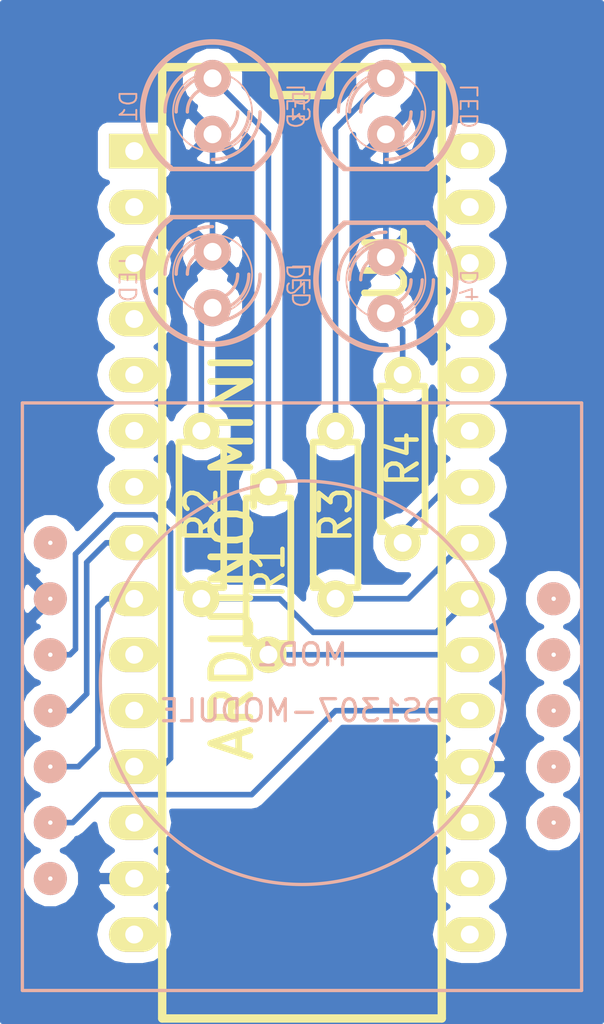
<source format=kicad_pcb>
(kicad_pcb (version 3) (host pcbnew "(2013-june-11)-stable")

  (general
    (links 18)
    (no_connects 0)
    (area 88.9 42.672 116.332001 89.217501)
    (thickness 1.6)
    (drawings 0)
    (tracks 46)
    (zones 0)
    (modules 10)
    (nets 14)
  )

  (page A3)
  (layers
    (15 F.Cu signal)
    (0 B.Cu signal)
    (16 B.Adhes user)
    (17 F.Adhes user)
    (18 B.Paste user)
    (19 F.Paste user)
    (20 B.SilkS user)
    (21 F.SilkS user)
    (22 B.Mask user)
    (23 F.Mask user)
    (24 Dwgs.User user)
    (25 Cmts.User user)
    (26 Eco1.User user)
    (27 Eco2.User user)
    (28 Edge.Cuts user)
  )

  (setup
    (last_trace_width 0.254)
    (trace_clearance 0.127)
    (zone_clearance 0.508)
    (zone_45_only no)
    (trace_min 0.254)
    (segment_width 0.2)
    (edge_width 0.15)
    (via_size 0.889)
    (via_drill 0.635)
    (via_min_size 0.889)
    (via_min_drill 0.508)
    (uvia_size 0.508)
    (uvia_drill 0.127)
    (uvias_allowed no)
    (uvia_min_size 0.508)
    (uvia_min_drill 0.127)
    (pcb_text_width 0.3)
    (pcb_text_size 1 1)
    (mod_edge_width 0.15)
    (mod_text_size 1 1)
    (mod_text_width 0.15)
    (pad_size 1 1)
    (pad_drill 0.6)
    (pad_to_mask_clearance 0)
    (aux_axis_origin 0 0)
    (visible_elements FFFFFFBF)
    (pcbplotparams
      (layerselection 3178497)
      (usegerberextensions true)
      (excludeedgelayer true)
      (linewidth 0.150000)
      (plotframeref false)
      (viasonmask false)
      (mode 1)
      (useauxorigin false)
      (hpglpennumber 1)
      (hpglpenspeed 20)
      (hpglpendiameter 15)
      (hpglpenoverlay 2)
      (psnegative false)
      (psa4output false)
      (plotreference true)
      (plotvalue true)
      (plotothertext true)
      (plotinvisibletext false)
      (padsonsilk false)
      (subtractmaskfromsilk false)
      (outputformat 1)
      (mirror false)
      (drillshape 1)
      (scaleselection 1)
      (outputdirectory ""))
  )

  (net 0 "")
  (net 1 GND)
  (net 2 N-000001)
  (net 3 N-0000010)
  (net 4 N-0000011)
  (net 5 N-000002)
  (net 6 N-000003)
  (net 7 N-0000032)
  (net 8 N-0000033)
  (net 9 N-000004)
  (net 10 N-000006)
  (net 11 N-000007)
  (net 12 N-000008)
  (net 13 N-000009)

  (net_class Default "Toto je výchozí třída sítě."
    (clearance 0.127)
    (trace_width 0.254)
    (via_dia 0.889)
    (via_drill 0.635)
    (uvia_dia 0.508)
    (uvia_drill 0.127)
    (add_net "")
    (add_net GND)
    (add_net N-000001)
    (add_net N-0000010)
    (add_net N-0000011)
    (add_net N-000002)
    (add_net N-000003)
    (add_net N-0000032)
    (add_net N-0000033)
    (add_net N-000004)
    (add_net N-000006)
    (add_net N-000007)
    (add_net N-000008)
    (add_net N-000009)
  )

  (module R3-LARGE_PADS (layer F.Cu) (tedit 47E26765) (tstamp 5493C88E)
    (at 101.092 68.58 90)
    (descr "Resitance 3 pas")
    (tags R)
    (path /5493C763)
    (autoplace_cost180 10)
    (fp_text reference R1 (at 0 0 90) (layer F.SilkS)
      (effects (font (size 1.397 1.27) (thickness 0.2032)))
    )
    (fp_text value R (at 0 0 90) (layer F.SilkS) hide
      (effects (font (size 1.397 1.27) (thickness 0.2032)))
    )
    (fp_line (start -3.81 0) (end -3.302 0) (layer F.SilkS) (width 0.3048))
    (fp_line (start 3.81 0) (end 3.302 0) (layer F.SilkS) (width 0.3048))
    (fp_line (start 3.302 0) (end 3.302 -1.016) (layer F.SilkS) (width 0.3048))
    (fp_line (start 3.302 -1.016) (end -3.302 -1.016) (layer F.SilkS) (width 0.3048))
    (fp_line (start -3.302 -1.016) (end -3.302 1.016) (layer F.SilkS) (width 0.3048))
    (fp_line (start -3.302 1.016) (end 3.302 1.016) (layer F.SilkS) (width 0.3048))
    (fp_line (start 3.302 1.016) (end 3.302 0) (layer F.SilkS) (width 0.3048))
    (fp_line (start -3.302 -0.508) (end -2.794 -1.016) (layer F.SilkS) (width 0.3048))
    (pad 1 thru_hole circle (at -3.81 0 90) (size 1.651 1.651) (drill 0.8128)
      (layers *.Cu *.Mask F.SilkS)
      (net 4 N-0000011)
    )
    (pad 2 thru_hole circle (at 3.81 0 90) (size 1.651 1.651) (drill 0.8128)
      (layers *.Cu *.Mask F.SilkS)
      (net 6 N-000003)
    )
    (model discret/resistor.wrl
      (at (xyz 0 0 0))
      (scale (xyz 0.3 0.3 0.3))
      (rotate (xyz 0 0 0))
    )
  )

  (module R3-LARGE_PADS (layer F.Cu) (tedit 47E26765) (tstamp 5493C89C)
    (at 98.044 66.04 90)
    (descr "Resitance 3 pas")
    (tags R)
    (path /5493C770)
    (autoplace_cost180 10)
    (fp_text reference R2 (at 0 0 90) (layer F.SilkS)
      (effects (font (size 1.397 1.27) (thickness 0.2032)))
    )
    (fp_text value R (at 0 0 90) (layer F.SilkS) hide
      (effects (font (size 1.397 1.27) (thickness 0.2032)))
    )
    (fp_line (start -3.81 0) (end -3.302 0) (layer F.SilkS) (width 0.3048))
    (fp_line (start 3.81 0) (end 3.302 0) (layer F.SilkS) (width 0.3048))
    (fp_line (start 3.302 0) (end 3.302 -1.016) (layer F.SilkS) (width 0.3048))
    (fp_line (start 3.302 -1.016) (end -3.302 -1.016) (layer F.SilkS) (width 0.3048))
    (fp_line (start -3.302 -1.016) (end -3.302 1.016) (layer F.SilkS) (width 0.3048))
    (fp_line (start -3.302 1.016) (end 3.302 1.016) (layer F.SilkS) (width 0.3048))
    (fp_line (start 3.302 1.016) (end 3.302 0) (layer F.SilkS) (width 0.3048))
    (fp_line (start -3.302 -0.508) (end -2.794 -1.016) (layer F.SilkS) (width 0.3048))
    (pad 1 thru_hole circle (at -3.81 0 90) (size 1.651 1.651) (drill 0.8128)
      (layers *.Cu *.Mask F.SilkS)
      (net 3 N-0000010)
    )
    (pad 2 thru_hole circle (at 3.81 0 90) (size 1.651 1.651) (drill 0.8128)
      (layers *.Cu *.Mask F.SilkS)
      (net 5 N-000002)
    )
    (model discret/resistor.wrl
      (at (xyz 0 0 0))
      (scale (xyz 0.3 0.3 0.3))
      (rotate (xyz 0 0 0))
    )
  )

  (module R3-LARGE_PADS (layer F.Cu) (tedit 47E26765) (tstamp 5493C8AA)
    (at 104.14 66.04 90)
    (descr "Resitance 3 pas")
    (tags R)
    (path /5493C776)
    (autoplace_cost180 10)
    (fp_text reference R3 (at 0 0 90) (layer F.SilkS)
      (effects (font (size 1.397 1.27) (thickness 0.2032)))
    )
    (fp_text value R (at 0 0 90) (layer F.SilkS) hide
      (effects (font (size 1.397 1.27) (thickness 0.2032)))
    )
    (fp_line (start -3.81 0) (end -3.302 0) (layer F.SilkS) (width 0.3048))
    (fp_line (start 3.81 0) (end 3.302 0) (layer F.SilkS) (width 0.3048))
    (fp_line (start 3.302 0) (end 3.302 -1.016) (layer F.SilkS) (width 0.3048))
    (fp_line (start 3.302 -1.016) (end -3.302 -1.016) (layer F.SilkS) (width 0.3048))
    (fp_line (start -3.302 -1.016) (end -3.302 1.016) (layer F.SilkS) (width 0.3048))
    (fp_line (start -3.302 1.016) (end 3.302 1.016) (layer F.SilkS) (width 0.3048))
    (fp_line (start 3.302 1.016) (end 3.302 0) (layer F.SilkS) (width 0.3048))
    (fp_line (start -3.302 -0.508) (end -2.794 -1.016) (layer F.SilkS) (width 0.3048))
    (pad 1 thru_hole circle (at -3.81 0 90) (size 1.651 1.651) (drill 0.8128)
      (layers *.Cu *.Mask F.SilkS)
      (net 13 N-000009)
    )
    (pad 2 thru_hole circle (at 3.81 0 90) (size 1.651 1.651) (drill 0.8128)
      (layers *.Cu *.Mask F.SilkS)
      (net 2 N-000001)
    )
    (model discret/resistor.wrl
      (at (xyz 0 0 0))
      (scale (xyz 0.3 0.3 0.3))
      (rotate (xyz 0 0 0))
    )
  )

  (module R3-LARGE_PADS (layer F.Cu) (tedit 47E26765) (tstamp 5493C8B8)
    (at 107.188 63.5 90)
    (descr "Resitance 3 pas")
    (tags R)
    (path /5493C77C)
    (autoplace_cost180 10)
    (fp_text reference R4 (at 0 0 90) (layer F.SilkS)
      (effects (font (size 1.397 1.27) (thickness 0.2032)))
    )
    (fp_text value R (at 0 0 90) (layer F.SilkS) hide
      (effects (font (size 1.397 1.27) (thickness 0.2032)))
    )
    (fp_line (start -3.81 0) (end -3.302 0) (layer F.SilkS) (width 0.3048))
    (fp_line (start 3.81 0) (end 3.302 0) (layer F.SilkS) (width 0.3048))
    (fp_line (start 3.302 0) (end 3.302 -1.016) (layer F.SilkS) (width 0.3048))
    (fp_line (start 3.302 -1.016) (end -3.302 -1.016) (layer F.SilkS) (width 0.3048))
    (fp_line (start -3.302 -1.016) (end -3.302 1.016) (layer F.SilkS) (width 0.3048))
    (fp_line (start -3.302 1.016) (end 3.302 1.016) (layer F.SilkS) (width 0.3048))
    (fp_line (start 3.302 1.016) (end 3.302 0) (layer F.SilkS) (width 0.3048))
    (fp_line (start -3.302 -0.508) (end -2.794 -1.016) (layer F.SilkS) (width 0.3048))
    (pad 1 thru_hole circle (at -3.81 0 90) (size 1.651 1.651) (drill 0.8128)
      (layers *.Cu *.Mask F.SilkS)
      (net 12 N-000008)
    )
    (pad 2 thru_hole circle (at 3.81 0 90) (size 1.651 1.651) (drill 0.8128)
      (layers *.Cu *.Mask F.SilkS)
      (net 9 N-000004)
    )
    (model discret/resistor.wrl
      (at (xyz 0 0 0))
      (scale (xyz 0.3 0.3 0.3))
      (rotate (xyz 0 0 0))
    )
  )

  (module LED-5MM (layer B.Cu) (tedit 50ADE86B) (tstamp 5493C8C7)
    (at 98.552 47.498 270)
    (descr "LED 5mm - Lead pitch 100mil (2,54mm)")
    (tags "LED led 5mm 5MM 100mil 2,54mm")
    (path /5493C784)
    (fp_text reference D1 (at 0 3.81 270) (layer B.SilkS)
      (effects (font (size 0.762 0.762) (thickness 0.0889)) (justify mirror))
    )
    (fp_text value LED (at 0 -3.81 270) (layer B.SilkS)
      (effects (font (size 0.762 0.762) (thickness 0.0889)) (justify mirror))
    )
    (fp_line (start 2.8448 -1.905) (end 2.8448 1.905) (layer B.SilkS) (width 0.2032))
    (fp_circle (center 0.254 0) (end -1.016 -1.27) (layer B.SilkS) (width 0.0762))
    (fp_arc (start 0.254 0) (end 2.794 -1.905) (angle -286.2) (layer B.SilkS) (width 0.254))
    (fp_arc (start 0.254 0) (end -0.889 0) (angle -90) (layer B.SilkS) (width 0.1524))
    (fp_arc (start 0.254 0) (end 1.397 0) (angle -90) (layer B.SilkS) (width 0.1524))
    (fp_arc (start 0.254 0) (end -1.397 0) (angle -90) (layer B.SilkS) (width 0.1524))
    (fp_arc (start 0.254 0) (end 1.905 0) (angle -90) (layer B.SilkS) (width 0.1524))
    (fp_arc (start 0.254 0) (end -1.905 0) (angle -90) (layer B.SilkS) (width 0.1524))
    (fp_arc (start 0.254 0) (end 2.413 0) (angle -90) (layer B.SilkS) (width 0.1524))
    (pad 1 thru_hole circle (at -1.27 0 270) (size 1.6764 1.6764) (drill 0.8128)
      (layers *.Cu *.Mask B.SilkS)
      (net 6 N-000003)
    )
    (pad 2 thru_hole circle (at 1.27 0 270) (size 1.6764 1.6764) (drill 0.8128)
      (layers *.Cu *.Mask B.SilkS)
      (net 1 GND)
    )
    (model discret/leds/led5_vertical_verde.wrl
      (at (xyz 0 0 0))
      (scale (xyz 1 1 1))
      (rotate (xyz 0 0 0))
    )
  )

  (module LED-5MM (layer B.Cu) (tedit 50ADE86B) (tstamp 5493C8D6)
    (at 98.552 55.372 90)
    (descr "LED 5mm - Lead pitch 100mil (2,54mm)")
    (tags "LED led 5mm 5MM 100mil 2,54mm")
    (path /5493C791)
    (fp_text reference D2 (at 0 3.81 90) (layer B.SilkS)
      (effects (font (size 0.762 0.762) (thickness 0.0889)) (justify mirror))
    )
    (fp_text value LED (at 0 -3.81 90) (layer B.SilkS)
      (effects (font (size 0.762 0.762) (thickness 0.0889)) (justify mirror))
    )
    (fp_line (start 2.8448 -1.905) (end 2.8448 1.905) (layer B.SilkS) (width 0.2032))
    (fp_circle (center 0.254 0) (end -1.016 -1.27) (layer B.SilkS) (width 0.0762))
    (fp_arc (start 0.254 0) (end 2.794 -1.905) (angle -286.2) (layer B.SilkS) (width 0.254))
    (fp_arc (start 0.254 0) (end -0.889 0) (angle -90) (layer B.SilkS) (width 0.1524))
    (fp_arc (start 0.254 0) (end 1.397 0) (angle -90) (layer B.SilkS) (width 0.1524))
    (fp_arc (start 0.254 0) (end -1.397 0) (angle -90) (layer B.SilkS) (width 0.1524))
    (fp_arc (start 0.254 0) (end 1.905 0) (angle -90) (layer B.SilkS) (width 0.1524))
    (fp_arc (start 0.254 0) (end -1.905 0) (angle -90) (layer B.SilkS) (width 0.1524))
    (fp_arc (start 0.254 0) (end 2.413 0) (angle -90) (layer B.SilkS) (width 0.1524))
    (pad 1 thru_hole circle (at -1.27 0 90) (size 1.6764 1.6764) (drill 0.8128)
      (layers *.Cu *.Mask B.SilkS)
      (net 5 N-000002)
    )
    (pad 2 thru_hole circle (at 1.27 0 90) (size 1.6764 1.6764) (drill 0.8128)
      (layers *.Cu *.Mask B.SilkS)
      (net 1 GND)
    )
    (model discret/leds/led5_vertical_verde.wrl
      (at (xyz 0 0 0))
      (scale (xyz 1 1 1))
      (rotate (xyz 0 0 0))
    )
  )

  (module LED-5MM (layer B.Cu) (tedit 50ADE86B) (tstamp 5493C8E5)
    (at 106.426 47.498 270)
    (descr "LED 5mm - Lead pitch 100mil (2,54mm)")
    (tags "LED led 5mm 5MM 100mil 2,54mm")
    (path /5493C797)
    (fp_text reference D3 (at 0 3.81 270) (layer B.SilkS)
      (effects (font (size 0.762 0.762) (thickness 0.0889)) (justify mirror))
    )
    (fp_text value LED (at 0 -3.81 270) (layer B.SilkS)
      (effects (font (size 0.762 0.762) (thickness 0.0889)) (justify mirror))
    )
    (fp_line (start 2.8448 -1.905) (end 2.8448 1.905) (layer B.SilkS) (width 0.2032))
    (fp_circle (center 0.254 0) (end -1.016 -1.27) (layer B.SilkS) (width 0.0762))
    (fp_arc (start 0.254 0) (end 2.794 -1.905) (angle -286.2) (layer B.SilkS) (width 0.254))
    (fp_arc (start 0.254 0) (end -0.889 0) (angle -90) (layer B.SilkS) (width 0.1524))
    (fp_arc (start 0.254 0) (end 1.397 0) (angle -90) (layer B.SilkS) (width 0.1524))
    (fp_arc (start 0.254 0) (end -1.397 0) (angle -90) (layer B.SilkS) (width 0.1524))
    (fp_arc (start 0.254 0) (end 1.905 0) (angle -90) (layer B.SilkS) (width 0.1524))
    (fp_arc (start 0.254 0) (end -1.905 0) (angle -90) (layer B.SilkS) (width 0.1524))
    (fp_arc (start 0.254 0) (end 2.413 0) (angle -90) (layer B.SilkS) (width 0.1524))
    (pad 1 thru_hole circle (at -1.27 0 270) (size 1.6764 1.6764) (drill 0.8128)
      (layers *.Cu *.Mask B.SilkS)
      (net 2 N-000001)
    )
    (pad 2 thru_hole circle (at 1.27 0 270) (size 1.6764 1.6764) (drill 0.8128)
      (layers *.Cu *.Mask B.SilkS)
      (net 1 GND)
    )
    (model discret/leds/led5_vertical_verde.wrl
      (at (xyz 0 0 0))
      (scale (xyz 1 1 1))
      (rotate (xyz 0 0 0))
    )
  )

  (module LED-5MM (layer B.Cu) (tedit 50ADE86B) (tstamp 5493C8F4)
    (at 106.426 55.626 90)
    (descr "LED 5mm - Lead pitch 100mil (2,54mm)")
    (tags "LED led 5mm 5MM 100mil 2,54mm")
    (path /5493C79D)
    (fp_text reference D4 (at 0 3.81 90) (layer B.SilkS)
      (effects (font (size 0.762 0.762) (thickness 0.0889)) (justify mirror))
    )
    (fp_text value LED (at 0 -3.81 90) (layer B.SilkS)
      (effects (font (size 0.762 0.762) (thickness 0.0889)) (justify mirror))
    )
    (fp_line (start 2.8448 -1.905) (end 2.8448 1.905) (layer B.SilkS) (width 0.2032))
    (fp_circle (center 0.254 0) (end -1.016 -1.27) (layer B.SilkS) (width 0.0762))
    (fp_arc (start 0.254 0) (end 2.794 -1.905) (angle -286.2) (layer B.SilkS) (width 0.254))
    (fp_arc (start 0.254 0) (end -0.889 0) (angle -90) (layer B.SilkS) (width 0.1524))
    (fp_arc (start 0.254 0) (end 1.397 0) (angle -90) (layer B.SilkS) (width 0.1524))
    (fp_arc (start 0.254 0) (end -1.397 0) (angle -90) (layer B.SilkS) (width 0.1524))
    (fp_arc (start 0.254 0) (end 1.905 0) (angle -90) (layer B.SilkS) (width 0.1524))
    (fp_arc (start 0.254 0) (end -1.905 0) (angle -90) (layer B.SilkS) (width 0.1524))
    (fp_arc (start 0.254 0) (end 2.413 0) (angle -90) (layer B.SilkS) (width 0.1524))
    (pad 1 thru_hole circle (at -1.27 0 90) (size 1.6764 1.6764) (drill 0.8128)
      (layers *.Cu *.Mask B.SilkS)
      (net 9 N-000004)
    )
    (pad 2 thru_hole circle (at 1.27 0 90) (size 1.6764 1.6764) (drill 0.8128)
      (layers *.Cu *.Mask B.SilkS)
      (net 1 GND)
    )
    (model discret/leds/led5_vertical_verde.wrl
      (at (xyz 0 0 0))
      (scale (xyz 1 1 1))
      (rotate (xyz 0 0 0))
    )
  )

  (module DS1307-MODULE (layer B.Cu) (tedit 5493C823) (tstamp 5493C909)
    (at 102.616 74.93)
    (path /5493C6EE)
    (fp_text reference MOD1 (at 0 -2.54) (layer B.SilkS)
      (effects (font (size 1 1) (thickness 0.15)) (justify mirror))
    )
    (fp_text value DS1307-MODULE (at 0 0) (layer B.SilkS)
      (effects (font (size 1 1) (thickness 0.15)) (justify mirror))
    )
    (fp_circle (center 0 -1.27) (end 7.62 -6.35) (layer B.SilkS) (width 0.15))
    (fp_line (start -12.7 12.7) (end 12.7 12.7) (layer B.SilkS) (width 0.15))
    (fp_line (start 12.7 12.7) (end 12.7 -13.97) (layer B.SilkS) (width 0.15))
    (fp_line (start 12.7 -13.97) (end -12.7 -13.97) (layer B.SilkS) (width 0.15))
    (fp_line (start -12.7 -13.97) (end -12.7 12.7) (layer B.SilkS) (width 0.15))
    (pad 2 thru_hole circle (at -11.43 5.08) (size 1.5 1.5) (drill 0.2)
      (layers *.Cu *.Mask B.SilkS)
      (net 8 N-0000033)
    )
    (pad 3 thru_hole circle (at -11.43 2.54) (size 1.5 1.5) (drill 0.2)
      (layers *.Cu *.Mask B.SilkS)
      (net 7 N-0000032)
    )
    (pad 4 thru_hole circle (at -11.43 0) (size 1.5 1.5) (drill 0.2)
      (layers *.Cu *.Mask B.SilkS)
      (net 11 N-000007)
    )
    (pad 5 thru_hole circle (at -11.43 -2.54) (size 1.5 1.5) (drill 0.2)
      (layers *.Cu *.Mask B.SilkS)
      (net 10 N-000006)
    )
    (pad 6 thru_hole circle (at -11.43 -5.08) (size 1.5 1.5) (drill 0.2)
      (layers *.Cu *.Mask B.SilkS)
      (net 1 GND)
    )
    (pad 7 thru_hole circle (at -11.43 -7.62) (size 1.5 1.5) (drill 0.2)
      (layers *.Cu *.Mask B.SilkS)
    )
    (pad 8 thru_hole circle (at 11.43 -5.08) (size 1.5 1.5) (drill 0.2)
      (layers *.Cu *.Mask B.SilkS)
    )
    (pad 9 thru_hole circle (at 11.43 -2.54) (size 1.5 1.5) (drill 0.2)
      (layers *.Cu *.Mask B.SilkS)
    )
    (pad 10 thru_hole circle (at 11.43 0) (size 1.5 1.5) (drill 0.2)
      (layers *.Cu *.Mask B.SilkS)
    )
    (pad 11 thru_hole circle (at 11.43 2.54) (size 1.5 1.5) (drill 0.2)
      (layers *.Cu *.Mask B.SilkS)
    )
    (pad 12 thru_hole circle (at 11.43 5.08) (size 1.5 1.5) (drill 0.2)
      (layers *.Cu *.Mask B.SilkS)
    )
    (pad 1 thru_hole circle (at -11.43 7.62) (size 1.5 1.5) (drill 0.2)
      (layers *.Cu *.Mask B.SilkS)
    )
  )

  (module arduino_mini (layer F.Cu) (tedit 507C2E55) (tstamp 5493C932)
    (at 102.616 68.58 270)
    (descr "30 pins DIL package, elliptical pads, width 600mil (arduino mini)")
    (tags "DIL arduino mini")
    (path /5493C428)
    (fp_text reference U1 (at -13.97 -3.81 270) (layer F.SilkS)
      (effects (font (size 1.778 1.778) (thickness 0.3048)))
    )
    (fp_text value ARDUINO_MINI (at -0.635 3.175 270) (layer F.SilkS)
      (effects (font (size 1.778 1.778) (thickness 0.3048)))
    )
    (fp_line (start -22.86 -6.35) (end 20.32 -6.35) (layer F.SilkS) (width 0.381))
    (fp_line (start 20.32 -6.35) (end 20.32 6.35) (layer F.SilkS) (width 0.381))
    (fp_line (start 20.32 6.35) (end -22.86 6.35) (layer F.SilkS) (width 0.381))
    (fp_line (start -22.86 6.35) (end -22.86 -6.35) (layer F.SilkS) (width 0.381))
    (fp_line (start -22.86 1.27) (end -21.59 1.27) (layer F.SilkS) (width 0.381))
    (fp_line (start -21.59 1.27) (end -21.59 -1.27) (layer F.SilkS) (width 0.381))
    (fp_line (start -21.59 -1.27) (end -22.86 -1.27) (layer F.SilkS) (width 0.381))
    (pad 1 thru_hole rect (at -19.05 7.62 270) (size 1.5748 2.286) (drill 0.8128)
      (layers *.Cu *.Mask F.SilkS)
    )
    (pad 2 thru_hole oval (at -16.51 7.62 270) (size 1.5748 2.286) (drill 0.8128)
      (layers *.Cu *.Mask F.SilkS)
    )
    (pad 3 thru_hole oval (at -13.97 7.62 270) (size 1.5748 2.286) (drill 0.8128)
      (layers *.Cu *.Mask F.SilkS)
    )
    (pad 4 thru_hole oval (at -11.43 7.62 270) (size 1.5748 2.286) (drill 0.8128)
      (layers *.Cu *.Mask F.SilkS)
    )
    (pad 5 thru_hole oval (at -8.89 7.62 270) (size 1.5748 2.286) (drill 0.8128)
      (layers *.Cu *.Mask F.SilkS)
    )
    (pad 6 thru_hole oval (at -6.35 7.62 270) (size 1.5748 2.286) (drill 0.8128)
      (layers *.Cu *.Mask F.SilkS)
    )
    (pad 7 thru_hole oval (at -3.81 7.62 270) (size 1.5748 2.286) (drill 0.8128)
      (layers *.Cu *.Mask F.SilkS)
    )
    (pad 8 thru_hole oval (at -1.27 7.62 270) (size 1.5748 2.286) (drill 0.8128)
      (layers *.Cu *.Mask F.SilkS)
      (net 11 N-000007)
    )
    (pad 9 thru_hole oval (at 1.27 7.62 270) (size 1.5748 2.286) (drill 0.8128)
      (layers *.Cu *.Mask F.SilkS)
      (net 7 N-0000032)
    )
    (pad 10 thru_hole oval (at 3.81 7.62 270) (size 1.5748 2.286) (drill 0.8128)
      (layers *.Cu *.Mask F.SilkS)
    )
    (pad 11 thru_hole oval (at 6.35 7.62 270) (size 1.5748 2.286) (drill 0.8128)
      (layers *.Cu *.Mask F.SilkS)
    )
    (pad 12 thru_hole oval (at 8.89 7.62 270) (size 1.5748 2.286) (drill 0.8128)
      (layers *.Cu *.Mask F.SilkS)
      (net 10 N-000006)
    )
    (pad 13 thru_hole oval (at 11.43 7.62 270) (size 1.5748 2.286) (drill 0.8128)
      (layers *.Cu *.Mask F.SilkS)
    )
    (pad 14 thru_hole oval (at 13.97 7.62 270) (size 1.5748 2.286) (drill 0.8128)
      (layers *.Cu *.Mask F.SilkS)
      (net 1 GND)
    )
    (pad 15 thru_hole oval (at 16.51 7.62 270) (size 1.5748 2.286) (drill 0.8128)
      (layers *.Cu *.Mask F.SilkS)
    )
    (pad 16 thru_hole oval (at 16.51 -7.62 270) (size 1.5748 2.286) (drill 0.8128)
      (layers *.Cu *.Mask F.SilkS)
    )
    (pad 17 thru_hole oval (at 13.97 -7.62 270) (size 1.5748 2.286) (drill 0.8128)
      (layers *.Cu *.Mask F.SilkS)
    )
    (pad 18 thru_hole oval (at 11.43 -7.62 270) (size 1.5748 2.286) (drill 0.8128)
      (layers *.Cu *.Mask F.SilkS)
    )
    (pad 19 thru_hole oval (at 8.89 -7.62 270) (size 1.5748 2.286) (drill 0.8128)
      (layers *.Cu *.Mask F.SilkS)
      (net 1 GND)
    )
    (pad 20 thru_hole oval (at 6.35 -7.62 270) (size 1.5748 2.286) (drill 0.8128)
      (layers *.Cu *.Mask F.SilkS)
      (net 8 N-0000033)
    )
    (pad 21 thru_hole oval (at 3.81 -7.62 270) (size 1.5748 2.286) (drill 0.8128)
      (layers *.Cu *.Mask F.SilkS)
      (net 4 N-0000011)
    )
    (pad 22 thru_hole oval (at 1.27 -7.62 270) (size 1.5748 2.286) (drill 0.8128)
      (layers *.Cu *.Mask F.SilkS)
      (net 3 N-0000010)
    )
    (pad 23 thru_hole oval (at -1.27 -7.62 270) (size 1.5748 2.286) (drill 0.8128)
      (layers *.Cu *.Mask F.SilkS)
      (net 13 N-000009)
    )
    (pad 24 thru_hole oval (at -3.81 -7.62 270) (size 1.5748 2.286) (drill 0.8128)
      (layers *.Cu *.Mask F.SilkS)
      (net 12 N-000008)
    )
    (pad 25 thru_hole oval (at -6.35 -7.62 270) (size 1.5748 2.286) (drill 0.8128)
      (layers *.Cu *.Mask F.SilkS)
    )
    (pad 26 thru_hole oval (at -8.89 -7.62 270) (size 1.5748 2.286) (drill 0.8128)
      (layers *.Cu *.Mask F.SilkS)
    )
    (pad 27 thru_hole oval (at -11.43 -7.62 270) (size 1.5748 2.286) (drill 0.8128)
      (layers *.Cu *.Mask F.SilkS)
    )
    (pad 28 thru_hole oval (at -13.97 -7.62 270) (size 1.5748 2.286) (drill 0.8128)
      (layers *.Cu *.Mask F.SilkS)
    )
    (pad 29 thru_hole oval (at -16.51 -7.62 270) (size 1.5748 2.286) (drill 0.8128)
      (layers *.Cu *.Mask F.SilkS)
    )
    (pad 30 thru_hole oval (at -19.05 -7.62 270) (size 1.5748 2.286) (drill 0.8128)
      (layers *.Cu *.Mask F.SilkS)
    )
  )

  (segment (start 106.426 54.356) (end 106.426 48.768) (width 0.254) (layer B.Cu) (net 1))
  (segment (start 98.552 54.102) (end 98.552 48.768) (width 0.254) (layer B.Cu) (net 1))
  (segment (start 104.14 62.23) (end 104.14 48.514) (width 0.254) (layer B.Cu) (net 2))
  (segment (start 104.14 48.514) (end 106.426 46.228) (width 0.254) (layer B.Cu) (net 2) (tstamp 5493CD57))
  (segment (start 98.044 69.85) (end 101.6 69.85) (width 0.254) (layer B.Cu) (net 3))
  (segment (start 108.712 71.374) (end 110.236 69.85) (width 0.254) (layer B.Cu) (net 3) (tstamp 5493CD53))
  (segment (start 103.124 71.374) (end 108.712 71.374) (width 0.254) (layer B.Cu) (net 3) (tstamp 5493CD51))
  (segment (start 101.6 69.85) (end 103.124 71.374) (width 0.254) (layer B.Cu) (net 3) (tstamp 5493CD4F))
  (segment (start 101.092 72.39) (end 110.236 72.39) (width 0.254) (layer B.Cu) (net 4))
  (segment (start 98.044 62.23) (end 98.044 57.15) (width 0.254) (layer B.Cu) (net 5))
  (segment (start 98.044 57.15) (end 98.552 56.642) (width 0.254) (layer B.Cu) (net 5) (tstamp 5493CD5F))
  (segment (start 101.092 64.77) (end 101.092 48.768) (width 0.254) (layer B.Cu) (net 6))
  (segment (start 101.092 48.768) (end 98.552 46.228) (width 0.254) (layer B.Cu) (net 6) (tstamp 5493CD5B))
  (segment (start 94.996 69.85) (end 93.726 69.85) (width 0.254) (layer B.Cu) (net 7) (status 400000))
  (segment (start 92.456 77.47) (end 93.345 76.581) (width 0.254) (layer B.Cu) (net 7) (tstamp 5493CDFD))
  (segment (start 93.345 76.581) (end 93.345 70.231) (width 0.254) (layer B.Cu) (net 7) (tstamp 5493CDFE))
  (segment (start 93.345 70.231) (end 93.726 69.85) (width 0.254) (layer B.Cu) (net 7) (tstamp 5493CDFF))
  (segment (start 92.456 77.47) (end 91.186 77.47) (width 0.254) (layer B.Cu) (net 7) (status 800000))
  (segment (start 93.98 69.85) (end 94.996 69.85) (width 0.254) (layer B.Cu) (net 7) (tstamp 5493CE00) (status C00000))
  (segment (start 91.186 80.01) (end 92.202 80.01) (width 0.254) (layer B.Cu) (net 8) (status 400000))
  (segment (start 104.14 74.93) (end 110.236 74.93) (width 0.254) (layer B.Cu) (net 8) (tstamp 5493CDB2) (status 800000))
  (segment (start 100.33 78.74) (end 104.14 74.93) (width 0.254) (layer B.Cu) (net 8) (tstamp 5493CDB0))
  (segment (start 93.472 78.74) (end 100.33 78.74) (width 0.254) (layer B.Cu) (net 8) (tstamp 5493CDAE))
  (segment (start 92.202 80.01) (end 93.472 78.74) (width 0.254) (layer B.Cu) (net 8) (tstamp 5493CDAC))
  (segment (start 107.188 59.69) (end 107.188 57.658) (width 0.254) (layer B.Cu) (net 9))
  (segment (start 107.188 57.658) (end 106.426 56.896) (width 0.254) (layer B.Cu) (net 9) (tstamp 5493CD62))
  (segment (start 91.186 72.39) (end 92.075 72.39) (width 0.254) (layer B.Cu) (net 10) (status 400000))
  (segment (start 96.266 77.47) (end 94.996 77.47) (width 0.254) (layer B.Cu) (net 10) (tstamp 5493CE0D) (status 800000))
  (segment (start 96.647 77.089) (end 96.266 77.47) (width 0.254) (layer B.Cu) (net 10) (tstamp 5493CE0C))
  (segment (start 96.647 66.802) (end 96.647 77.089) (width 0.254) (layer B.Cu) (net 10) (tstamp 5493CE0B))
  (segment (start 95.885 66.04) (end 96.647 66.802) (width 0.254) (layer B.Cu) (net 10) (tstamp 5493CE0A))
  (segment (start 94.107 66.04) (end 95.885 66.04) (width 0.254) (layer B.Cu) (net 10) (tstamp 5493CE08))
  (segment (start 92.329 67.818) (end 94.107 66.04) (width 0.254) (layer B.Cu) (net 10) (tstamp 5493CE06))
  (segment (start 92.329 72.136) (end 92.329 67.818) (width 0.254) (layer B.Cu) (net 10) (tstamp 5493CE05))
  (segment (start 92.075 72.39) (end 92.329 72.136) (width 0.254) (layer B.Cu) (net 10) (tstamp 5493CE04))
  (segment (start 91.186 74.93) (end 92.075 74.93) (width 0.254) (layer B.Cu) (net 11) (status 400000))
  (segment (start 93.726 67.31) (end 94.996 67.31) (width 0.254) (layer B.Cu) (net 11) (tstamp 5493CDE5) (status 800000))
  (segment (start 92.837 68.199) (end 93.726 67.31) (width 0.254) (layer B.Cu) (net 11) (tstamp 5493CDE3))
  (segment (start 92.837 74.168) (end 92.837 68.199) (width 0.254) (layer B.Cu) (net 11) (tstamp 5493CDE1))
  (segment (start 92.075 74.93) (end 92.837 74.168) (width 0.254) (layer B.Cu) (net 11) (tstamp 5493CDE0))
  (segment (start 107.188 67.31) (end 107.188 66.802) (width 0.254) (layer B.Cu) (net 12))
  (segment (start 109.22 64.77) (end 110.236 64.77) (width 0.254) (layer B.Cu) (net 12) (tstamp 5493CD4B))
  (segment (start 107.188 66.802) (end 109.22 64.77) (width 0.254) (layer B.Cu) (net 12) (tstamp 5493CD4A))
  (segment (start 104.14 69.85) (end 107.442 69.85) (width 0.254) (layer B.Cu) (net 13))
  (segment (start 109.982 67.31) (end 110.236 67.31) (width 0.254) (layer B.Cu) (net 13) (tstamp 5493CD47))
  (segment (start 107.442 69.85) (end 109.982 67.31) (width 0.254) (layer B.Cu) (net 13) (tstamp 5493CD45))

  (zone (net 1) (net_name GND) (layer B.Cu) (tstamp 5493CE56) (hatch edge 0.508)
    (connect_pads (clearance 0.508))
    (min_thickness 0.254)
    (fill (arc_segments 16) (thermal_gap 0.508) (thermal_bridge_width 0.508))
    (polygon
      (pts
        (xy 116.332 89.154) (xy 88.9 89.154) (xy 88.9 42.672) (xy 116.332 42.672)
      )
    )
    (filled_polygon
      (pts
        (xy 116.205 89.027) (xy 115.431239 89.027) (xy 115.431239 79.735715) (xy 115.22083 79.226486) (xy 114.831563 78.836539)
        (xy 114.599127 78.740023) (xy 114.829514 78.64483) (xy 115.219461 78.255563) (xy 115.430758 77.746702) (xy 115.431239 77.195715)
        (xy 115.22083 76.686486) (xy 114.831563 76.296539) (xy 114.599127 76.200023) (xy 114.829514 76.10483) (xy 115.219461 75.715563)
        (xy 115.430758 75.206702) (xy 115.431239 74.655715) (xy 115.22083 74.146486) (xy 114.831563 73.756539) (xy 114.599127 73.660023)
        (xy 114.829514 73.56483) (xy 115.219461 73.175563) (xy 115.430758 72.666702) (xy 115.431239 72.115715) (xy 115.22083 71.606486)
        (xy 114.831563 71.216539) (xy 114.599127 71.120023) (xy 114.829514 71.02483) (xy 115.219461 70.635563) (xy 115.430758 70.126702)
        (xy 115.431239 69.575715) (xy 115.22083 69.066486) (xy 114.831563 68.676539) (xy 114.322702 68.465242) (xy 113.771715 68.464761)
        (xy 113.262486 68.67517) (xy 112.872539 69.064437) (xy 112.661242 69.573298) (xy 112.660761 70.124285) (xy 112.87117 70.633514)
        (xy 113.260437 71.023461) (xy 113.492872 71.119976) (xy 113.262486 71.21517) (xy 112.872539 71.604437) (xy 112.661242 72.113298)
        (xy 112.660761 72.664285) (xy 112.87117 73.173514) (xy 113.260437 73.563461) (xy 113.492872 73.659976) (xy 113.262486 73.75517)
        (xy 112.872539 74.144437) (xy 112.661242 74.653298) (xy 112.660761 75.204285) (xy 112.87117 75.713514) (xy 113.260437 76.103461)
        (xy 113.492872 76.199976) (xy 113.262486 76.29517) (xy 112.872539 76.684437) (xy 112.661242 77.193298) (xy 112.660761 77.744285)
        (xy 112.87117 78.253514) (xy 113.260437 78.643461) (xy 113.492872 78.739976) (xy 113.262486 78.83517) (xy 112.872539 79.224437)
        (xy 112.661242 79.733298) (xy 112.660761 80.284285) (xy 112.87117 80.793514) (xy 113.260437 81.183461) (xy 113.769298 81.394758)
        (xy 114.320285 81.395239) (xy 114.829514 81.18483) (xy 115.219461 80.795563) (xy 115.430758 80.286702) (xy 115.431239 79.735715)
        (xy 115.431239 89.027) (xy 112.048833 89.027) (xy 112.048833 85.09) (xy 111.940559 84.545671) (xy 111.632222 84.084211)
        (xy 111.236801 83.82) (xy 111.632222 83.555789) (xy 111.940559 83.094329) (xy 112.048833 82.55) (xy 111.940559 82.005671)
        (xy 111.632222 81.544211) (xy 111.236801 81.28) (xy 111.632222 81.015789) (xy 111.940559 80.554329) (xy 112.048833 80.01)
        (xy 112.048833 74.93) (xy 111.940559 74.385671) (xy 111.632222 73.924211) (xy 111.236801 73.66) (xy 111.632222 73.395789)
        (xy 111.940559 72.934329) (xy 112.048833 72.39) (xy 111.940559 71.845671) (xy 111.632222 71.384211) (xy 111.236801 71.12)
        (xy 111.632222 70.855789) (xy 111.940559 70.394329) (xy 112.048833 69.85) (xy 111.940559 69.305671) (xy 111.632222 68.844211)
        (xy 111.236801 68.58) (xy 111.632222 68.315789) (xy 111.940559 67.854329) (xy 112.048833 67.31) (xy 111.940559 66.765671)
        (xy 111.632222 66.304211) (xy 111.236801 66.04) (xy 111.632222 65.775789) (xy 111.940559 65.314329) (xy 112.048833 64.77)
        (xy 111.940559 64.225671) (xy 111.632222 63.764211) (xy 111.236801 63.5) (xy 111.632222 63.235789) (xy 111.940559 62.774329)
        (xy 112.048833 62.23) (xy 111.940559 61.685671) (xy 111.632222 61.224211) (xy 111.236801 60.96) (xy 111.632222 60.695789)
        (xy 111.940559 60.234329) (xy 112.048833 59.69) (xy 111.940559 59.145671) (xy 111.632222 58.684211) (xy 111.236801 58.42)
        (xy 111.632222 58.155789) (xy 111.940559 57.694329) (xy 112.048833 57.15) (xy 111.940559 56.605671) (xy 111.632222 56.144211)
        (xy 111.236801 55.88) (xy 111.632222 55.615789) (xy 111.940559 55.154329) (xy 112.048833 54.61) (xy 111.940559 54.065671)
        (xy 111.632222 53.604211) (xy 111.236801 53.34) (xy 111.632222 53.075789) (xy 111.940559 52.614329) (xy 112.048833 52.07)
        (xy 111.940559 51.525671) (xy 111.632222 51.064211) (xy 111.236801 50.8) (xy 111.632222 50.535789) (xy 111.940559 50.074329)
        (xy 112.048833 49.53) (xy 111.940559 48.985671) (xy 111.632222 48.524211) (xy 111.170762 48.215874) (xy 110.626433 48.1076)
        (xy 109.845567 48.1076) (xy 109.301238 48.215874) (xy 108.839778 48.524211) (xy 108.531441 48.985671) (xy 108.423167 49.53)
        (xy 108.531441 50.074329) (xy 108.839778 50.535789) (xy 109.235198 50.8) (xy 108.839778 51.064211) (xy 108.531441 51.525671)
        (xy 108.423167 52.07) (xy 108.531441 52.614329) (xy 108.839778 53.075789) (xy 109.235198 53.34) (xy 108.839778 53.604211)
        (xy 108.531441 54.065671) (xy 108.423167 54.61) (xy 108.531441 55.154329) (xy 108.839778 55.615789) (xy 109.235198 55.88)
        (xy 108.839778 56.144211) (xy 108.531441 56.605671) (xy 108.423167 57.15) (xy 108.531441 57.694329) (xy 108.839778 58.155789)
        (xy 109.235198 58.42) (xy 108.839778 58.684211) (xy 108.538799 59.134658) (xy 108.426873 58.863775) (xy 108.016386 58.452571)
        (xy 107.95 58.425005) (xy 107.95 57.658) (xy 107.949999 57.657999) (xy 107.910976 57.461814) (xy 107.910976 54.581903)
        (xy 107.910976 48.993903) (xy 107.899454 48.740187) (xy 107.899454 45.936248) (xy 107.675646 45.39459) (xy 107.26159 44.979811)
        (xy 106.720323 44.755057) (xy 106.134248 44.754546) (xy 105.59259 44.978354) (xy 105.177811 45.39241) (xy 104.953057 45.933677)
        (xy 104.952546 46.519752) (xy 104.982974 46.593394) (xy 103.601185 47.975185) (xy 103.436004 48.222395) (xy 103.378 48.514)
        (xy 103.378 60.964589) (xy 103.313775 60.991127) (xy 102.902571 61.401614) (xy 102.679755 61.938214) (xy 102.679248 62.519237)
        (xy 102.901127 63.056225) (xy 103.311614 63.467429) (xy 103.848214 63.690245) (xy 104.429237 63.690752) (xy 104.966225 63.468873)
        (xy 105.377429 63.058386) (xy 105.600245 62.521786) (xy 105.600752 61.940763) (xy 105.378873 61.403775) (xy 104.968386 60.992571)
        (xy 104.902 60.965005) (xy 104.902 48.82963) (xy 104.951819 48.77981) (xy 104.967612 49.127568) (xy 105.14051 49.544982)
        (xy 105.390588 49.623807) (xy 106.246395 48.768) (xy 106.232252 48.753857) (xy 106.411857 48.574252) (xy 106.426 48.588395)
        (xy 107.281807 47.732588) (xy 107.208127 47.498835) (xy 107.25941 47.477646) (xy 107.674189 47.06359) (xy 107.898943 46.522323)
        (xy 107.899454 45.936248) (xy 107.899454 48.740187) (xy 107.884388 48.408432) (xy 107.71149 47.991018) (xy 107.461412 47.912193)
        (xy 106.605605 48.768) (xy 107.461412 49.623807) (xy 107.71149 49.544982) (xy 107.910976 48.993903) (xy 107.910976 54.581903)
        (xy 107.884388 53.996432) (xy 107.71149 53.579018) (xy 107.461412 53.500193) (xy 107.281807 53.679798) (xy 107.281807 53.320588)
        (xy 107.281807 49.803412) (xy 106.426 48.947605) (xy 105.570193 49.803412) (xy 105.649018 50.05349) (xy 106.200097 50.252976)
        (xy 106.785568 50.226388) (xy 107.202982 50.05349) (xy 107.281807 49.803412) (xy 107.281807 53.320588) (xy 107.202982 53.07051)
        (xy 106.651903 52.871024) (xy 106.066432 52.897612) (xy 105.649018 53.07051) (xy 105.570193 53.320588) (xy 106.426 54.176395)
        (xy 107.281807 53.320588) (xy 107.281807 53.679798) (xy 106.605605 54.356) (xy 107.461412 55.211807) (xy 107.71149 55.132982)
        (xy 107.910976 54.581903) (xy 107.910976 57.461814) (xy 107.891996 57.366395) (xy 107.85119 57.305324) (xy 107.898943 57.190323)
        (xy 107.899454 56.604248) (xy 107.675646 56.06259) (xy 107.26159 55.647811) (xy 107.208003 55.625559) (xy 107.281807 55.391412)
        (xy 106.426 54.535605) (xy 106.246395 54.71521) (xy 106.246395 54.356) (xy 105.390588 53.500193) (xy 105.14051 53.579018)
        (xy 104.941024 54.130097) (xy 104.967612 54.715568) (xy 105.14051 55.132982) (xy 105.390588 55.211807) (xy 106.246395 54.356)
        (xy 106.246395 54.71521) (xy 105.570193 55.391412) (xy 105.643872 55.625164) (xy 105.59259 55.646354) (xy 105.177811 56.06041)
        (xy 104.953057 56.601677) (xy 104.952546 57.187752) (xy 105.176354 57.72941) (xy 105.59041 58.144189) (xy 106.131677 58.368943)
        (xy 106.426 58.369199) (xy 106.426 58.424589) (xy 106.361775 58.451127) (xy 105.950571 58.861614) (xy 105.727755 59.398214)
        (xy 105.727248 59.979237) (xy 105.949127 60.516225) (xy 106.359614 60.927429) (xy 106.896214 61.150245) (xy 107.477237 61.150752)
        (xy 108.014225 60.928873) (xy 108.425429 60.518386) (xy 108.538804 60.245348) (xy 108.839778 60.695789) (xy 109.235198 60.96)
        (xy 108.839778 61.224211) (xy 108.531441 61.685671) (xy 108.423167 62.23) (xy 108.531441 62.774329) (xy 108.839778 63.235789)
        (xy 109.235198 63.5) (xy 108.839778 63.764211) (xy 108.531441 64.225671) (xy 108.49289 64.419478) (xy 107.062978 65.849391)
        (xy 106.898763 65.849248) (xy 106.361775 66.071127) (xy 105.950571 66.481614) (xy 105.727755 67.018214) (xy 105.727248 67.599237)
        (xy 105.949127 68.136225) (xy 106.359614 68.547429) (xy 106.896214 68.770245) (xy 107.443647 68.770722) (xy 107.126369 69.088)
        (xy 105.40541 69.088) (xy 105.378873 69.023775) (xy 104.968386 68.612571) (xy 104.431786 68.389755) (xy 103.850763 68.389248)
        (xy 103.313775 68.611127) (xy 102.902571 69.021614) (xy 102.679755 69.558214) (xy 102.679498 69.851868) (xy 102.552752 69.725122)
        (xy 102.552752 64.480763) (xy 102.330873 63.943775) (xy 101.920386 63.532571) (xy 101.854 63.505005) (xy 101.854 48.768)
        (xy 101.795996 48.476395) (xy 101.630815 48.229185) (xy 101.630815 48.229184) (xy 99.995312 46.593681) (xy 100.024943 46.522323)
        (xy 100.025454 45.936248) (xy 99.801646 45.39459) (xy 99.38759 44.979811) (xy 98.846323 44.755057) (xy 98.260248 44.754546)
        (xy 97.71859 44.978354) (xy 97.303811 45.39241) (xy 97.079057 45.933677) (xy 97.078546 46.519752) (xy 97.302354 47.06141)
        (xy 97.71641 47.476189) (xy 97.769996 47.49844) (xy 97.696193 47.732588) (xy 98.552 48.588395) (xy 98.566142 48.574252)
        (xy 98.745747 48.753857) (xy 98.731605 48.768) (xy 99.587412 49.623807) (xy 99.83749 49.544982) (xy 100.036976 48.993903)
        (xy 100.027304 48.780935) (xy 100.33 49.08363) (xy 100.33 63.504589) (xy 100.265775 63.531127) (xy 100.036976 63.759527)
        (xy 100.036976 54.327903) (xy 100.010388 53.742432) (xy 99.83749 53.325018) (xy 99.587412 53.246193) (xy 99.407807 53.425798)
        (xy 99.407807 53.066588) (xy 99.407807 49.803412) (xy 98.552 48.947605) (xy 98.372395 49.12721) (xy 98.372395 48.768)
        (xy 97.516588 47.912193) (xy 97.26651 47.991018) (xy 97.067024 48.542097) (xy 97.093612 49.127568) (xy 97.26651 49.544982)
        (xy 97.516588 49.623807) (xy 98.372395 48.768) (xy 98.372395 49.12721) (xy 97.696193 49.803412) (xy 97.775018 50.05349)
        (xy 98.326097 50.252976) (xy 98.911568 50.226388) (xy 99.328982 50.05349) (xy 99.407807 49.803412) (xy 99.407807 53.066588)
        (xy 99.328982 52.81651) (xy 98.777903 52.617024) (xy 98.192432 52.643612) (xy 97.775018 52.81651) (xy 97.696193 53.066588)
        (xy 98.552 53.922395) (xy 99.407807 53.066588) (xy 99.407807 53.425798) (xy 98.731605 54.102) (xy 99.587412 54.957807)
        (xy 99.83749 54.878982) (xy 100.036976 54.327903) (xy 100.036976 63.759527) (xy 99.854571 63.941614) (xy 99.631755 64.478214)
        (xy 99.631248 65.059237) (xy 99.853127 65.596225) (xy 100.263614 66.007429) (xy 100.800214 66.230245) (xy 101.381237 66.230752)
        (xy 101.918225 66.008873) (xy 102.329429 65.598386) (xy 102.552245 65.061786) (xy 102.552752 64.480763) (xy 102.552752 69.725122)
        (xy 102.138815 69.311185) (xy 101.891605 69.146004) (xy 101.6 69.088) (xy 99.30941 69.088) (xy 99.282873 69.023775)
        (xy 98.872386 68.612571) (xy 98.335786 68.389755) (xy 97.754763 68.389248) (xy 97.409 68.532114) (xy 97.409 66.802)
        (xy 97.408999 66.801999) (xy 97.350996 66.510395) (xy 97.185815 66.263185) (xy 97.185815 66.263184) (xy 96.514867 65.592237)
        (xy 96.700559 65.314329) (xy 96.808833 64.77) (xy 96.700559 64.225671) (xy 96.392222 63.764211) (xy 95.996801 63.5)
        (xy 96.392222 63.235789) (xy 96.6932 62.785341) (xy 96.805127 63.056225) (xy 97.215614 63.467429) (xy 97.752214 63.690245)
        (xy 98.333237 63.690752) (xy 98.870225 63.468873) (xy 99.281429 63.058386) (xy 99.504245 62.521786) (xy 99.504752 61.940763)
        (xy 99.282873 61.403775) (xy 98.872386 60.992571) (xy 98.806 60.965005) (xy 98.806 58.115421) (xy 98.843752 58.115454)
        (xy 99.38541 57.891646) (xy 99.800189 57.47759) (xy 100.024943 56.936323) (xy 100.025454 56.350248) (xy 99.801646 55.80859)
        (xy 99.38759 55.393811) (xy 99.334003 55.371559) (xy 99.407807 55.137412) (xy 98.552 54.281605) (xy 98.372395 54.46121)
        (xy 98.372395 54.102) (xy 97.516588 53.246193) (xy 97.26651 53.325018) (xy 97.067024 53.876097) (xy 97.093612 54.461568)
        (xy 97.26651 54.878982) (xy 97.516588 54.957807) (xy 98.372395 54.102) (xy 98.372395 54.46121) (xy 97.696193 55.137412)
        (xy 97.769872 55.371164) (xy 97.71859 55.392354) (xy 97.303811 55.80641) (xy 97.079057 56.347677) (xy 97.078546 56.933752)
        (xy 97.282 57.426149) (xy 97.282 60.964589) (xy 97.217775 60.991127) (xy 96.806571 61.401614) (xy 96.693195 61.674651)
        (xy 96.392222 61.224211) (xy 95.996801 60.96) (xy 96.392222 60.695789) (xy 96.700559 60.234329) (xy 96.808833 59.69)
        (xy 96.700559 59.145671) (xy 96.392222 58.684211) (xy 95.996801 58.42) (xy 96.392222 58.155789) (xy 96.700559 57.694329)
        (xy 96.808833 57.15) (xy 96.700559 56.605671) (xy 96.392222 56.144211) (xy 95.996801 55.88) (xy 96.392222 55.615789)
        (xy 96.700559 55.154329) (xy 96.808833 54.61) (xy 96.700559 54.065671) (xy 96.392222 53.604211) (xy 95.996801 53.34)
        (xy 96.392222 53.075789) (xy 96.700559 52.614329) (xy 96.808833 52.07) (xy 96.700559 51.525671) (xy 96.392222 51.064211)
        (xy 96.225049 50.95251) (xy 96.264755 50.95251) (xy 96.498229 50.856041) (xy 96.677013 50.677568) (xy 96.773889 50.444264)
        (xy 96.77411 50.191645) (xy 96.77411 48.616845) (xy 96.677641 48.383371) (xy 96.499168 48.204587) (xy 96.265864 48.107711)
        (xy 96.013245 48.10749) (xy 93.727245 48.10749) (xy 93.493771 48.203959) (xy 93.314987 48.382432) (xy 93.218111 48.615736)
        (xy 93.21789 48.868355) (xy 93.21789 50.443155) (xy 93.314359 50.676629) (xy 93.492832 50.855413) (xy 93.726136 50.952289)
        (xy 93.767227 50.952324) (xy 93.599778 51.064211) (xy 93.291441 51.525671) (xy 93.183167 52.07) (xy 93.291441 52.614329)
        (xy 93.599778 53.075789) (xy 93.995198 53.34) (xy 93.599778 53.604211) (xy 93.291441 54.065671) (xy 93.183167 54.61)
        (xy 93.291441 55.154329) (xy 93.599778 55.615789) (xy 93.995198 55.88) (xy 93.599778 56.144211) (xy 93.291441 56.605671)
        (xy 93.183167 57.15) (xy 93.291441 57.694329) (xy 93.599778 58.155789) (xy 93.995198 58.42) (xy 93.599778 58.684211)
        (xy 93.291441 59.145671) (xy 93.183167 59.69) (xy 93.291441 60.234329) (xy 93.599778 60.695789) (xy 93.995198 60.96)
        (xy 93.599778 61.224211) (xy 93.291441 61.685671) (xy 93.183167 62.23) (xy 93.291441 62.774329) (xy 93.599778 63.235789)
        (xy 93.995198 63.5) (xy 93.599778 63.764211) (xy 93.291441 64.225671) (xy 93.183167 64.77) (xy 93.291441 65.314329)
        (xy 93.477132 65.592236) (xy 92.414059 66.65531) (xy 92.36083 66.526486) (xy 91.971563 66.136539) (xy 91.462702 65.925242)
        (xy 90.911715 65.924761) (xy 90.402486 66.13517) (xy 90.012539 66.524437) (xy 89.801242 67.033298) (xy 89.800761 67.584285)
        (xy 90.01117 68.093514) (xy 90.400437 68.483461) (xy 90.616982 68.573378) (xy 90.462078 68.637542) (xy 90.394088 68.878483)
        (xy 91.186 69.670395) (xy 91.200142 69.656252) (xy 91.379747 69.835857) (xy 91.365605 69.85) (xy 91.379747 69.864142)
        (xy 91.200142 70.043747) (xy 91.186 70.029605) (xy 91.006395 70.20921) (xy 91.006395 69.85) (xy 90.214483 69.058088)
        (xy 89.973542 69.126078) (xy 89.788802 69.64517) (xy 89.816772 70.195446) (xy 89.973542 70.573922) (xy 90.214483 70.641912)
        (xy 91.006395 69.85) (xy 91.006395 70.20921) (xy 90.394088 70.821517) (xy 90.462078 71.062458) (xy 90.628626 71.12173)
        (xy 90.402486 71.21517) (xy 90.012539 71.604437) (xy 89.801242 72.113298) (xy 89.800761 72.664285) (xy 90.01117 73.173514)
        (xy 90.400437 73.563461) (xy 90.632872 73.659976) (xy 90.402486 73.75517) (xy 90.012539 74.144437) (xy 89.801242 74.653298)
        (xy 89.800761 75.204285) (xy 90.01117 75.713514) (xy 90.400437 76.103461) (xy 90.632872 76.199976) (xy 90.402486 76.29517)
        (xy 90.012539 76.684437) (xy 89.801242 77.193298) (xy 89.800761 77.744285) (xy 90.01117 78.253514) (xy 90.400437 78.643461)
        (xy 90.632872 78.739976) (xy 90.402486 78.83517) (xy 90.012539 79.224437) (xy 89.801242 79.733298) (xy 89.800761 80.284285)
        (xy 90.01117 80.793514) (xy 90.400437 81.183461) (xy 90.632872 81.279976) (xy 90.402486 81.37517) (xy 90.012539 81.764437)
        (xy 89.801242 82.273298) (xy 89.800761 82.824285) (xy 90.01117 83.333514) (xy 90.400437 83.723461) (xy 90.909298 83.934758)
        (xy 91.460285 83.935239) (xy 91.969514 83.72483) (xy 92.359461 83.335563) (xy 92.570758 82.826702) (xy 92.571239 82.275715)
        (xy 92.36083 81.766486) (xy 91.971563 81.376539) (xy 91.739127 81.280023) (xy 91.969514 81.18483) (xy 92.359461 80.795563)
        (xy 92.384302 80.735737) (xy 92.493604 80.713996) (xy 92.493605 80.713996) (xy 92.740815 80.548815) (xy 93.199171 80.090459)
        (xy 93.291441 80.554329) (xy 93.599778 81.015789) (xy 93.994829 81.279753) (xy 93.978738 81.284475) (xy 93.544809 81.634014)
        (xy 93.277673 82.123004) (xy 93.26099 82.20294) (xy 93.383149 82.423) (xy 94.869 82.423) (xy 94.869 82.403)
        (xy 95.123 82.403) (xy 95.123 82.423) (xy 96.608851 82.423) (xy 96.73101 82.20294) (xy 96.714327 82.123004)
        (xy 96.447191 81.634014) (xy 96.013262 81.284475) (xy 95.99717 81.279753) (xy 96.392222 81.015789) (xy 96.700559 80.554329)
        (xy 96.808833 80.01) (xy 96.707785 79.502) (xy 100.33 79.502) (xy 100.33 79.501999) (xy 100.621604 79.443996)
        (xy 100.621605 79.443996) (xy 100.868815 79.278815) (xy 104.45563 75.692) (xy 108.676883 75.692) (xy 108.839778 75.935789)
        (xy 109.234829 76.199753) (xy 109.218738 76.204475) (xy 108.784809 76.554014) (xy 108.517673 77.043004) (xy 108.50099 77.12294)
        (xy 108.623149 77.343) (xy 110.109 77.343) (xy 110.109 77.323) (xy 110.363 77.323) (xy 110.363 77.343)
        (xy 111.848851 77.343) (xy 111.97101 77.12294) (xy 111.954327 77.043004) (xy 111.687191 76.554014) (xy 111.253262 76.204475)
        (xy 111.23717 76.199753) (xy 111.632222 75.935789) (xy 111.940559 75.474329) (xy 112.048833 74.93) (xy 112.048833 80.01)
        (xy 111.940559 79.465671) (xy 111.632222 79.004211) (xy 111.23717 78.740246) (xy 111.253262 78.735525) (xy 111.687191 78.385986)
        (xy 111.954327 77.896996) (xy 111.97101 77.81706) (xy 111.848851 77.597) (xy 110.363 77.597) (xy 110.363 77.617)
        (xy 110.109 77.617) (xy 110.109 77.597) (xy 108.623149 77.597) (xy 108.50099 77.81706) (xy 108.517673 77.896996)
        (xy 108.784809 78.385986) (xy 109.218738 78.735525) (xy 109.234829 78.740246) (xy 108.839778 79.004211) (xy 108.531441 79.465671)
        (xy 108.423167 80.01) (xy 108.531441 80.554329) (xy 108.839778 81.015789) (xy 109.235198 81.28) (xy 108.839778 81.544211)
        (xy 108.531441 82.005671) (xy 108.423167 82.55) (xy 108.531441 83.094329) (xy 108.839778 83.555789) (xy 109.235198 83.82)
        (xy 108.839778 84.084211) (xy 108.531441 84.545671) (xy 108.423167 85.09) (xy 108.531441 85.634329) (xy 108.839778 86.095789)
        (xy 109.301238 86.404126) (xy 109.845567 86.5124) (xy 110.626433 86.5124) (xy 111.170762 86.404126) (xy 111.632222 86.095789)
        (xy 111.940559 85.634329) (xy 112.048833 85.09) (xy 112.048833 89.027) (xy 96.808833 89.027) (xy 96.808833 85.09)
        (xy 96.700559 84.545671) (xy 96.392222 84.084211) (xy 95.99717 83.820246) (xy 96.013262 83.815525) (xy 96.447191 83.465986)
        (xy 96.714327 82.976996) (xy 96.73101 82.89706) (xy 96.608851 82.677) (xy 95.123 82.677) (xy 95.123 82.697)
        (xy 94.869 82.697) (xy 94.869 82.677) (xy 93.383149 82.677) (xy 93.26099 82.89706) (xy 93.277673 82.976996)
        (xy 93.544809 83.465986) (xy 93.978738 83.815525) (xy 93.994829 83.820246) (xy 93.599778 84.084211) (xy 93.291441 84.545671)
        (xy 93.183167 85.09) (xy 93.291441 85.634329) (xy 93.599778 86.095789) (xy 94.061238 86.404126) (xy 94.605567 86.5124)
        (xy 95.386433 86.5124) (xy 95.930762 86.404126) (xy 96.392222 86.095789) (xy 96.700559 85.634329) (xy 96.808833 85.09)
        (xy 96.808833 89.027) (xy 89.027 89.027) (xy 89.027 42.799) (xy 116.205 42.799) (xy 116.205 89.027)
      )
    )
  )
)

</source>
